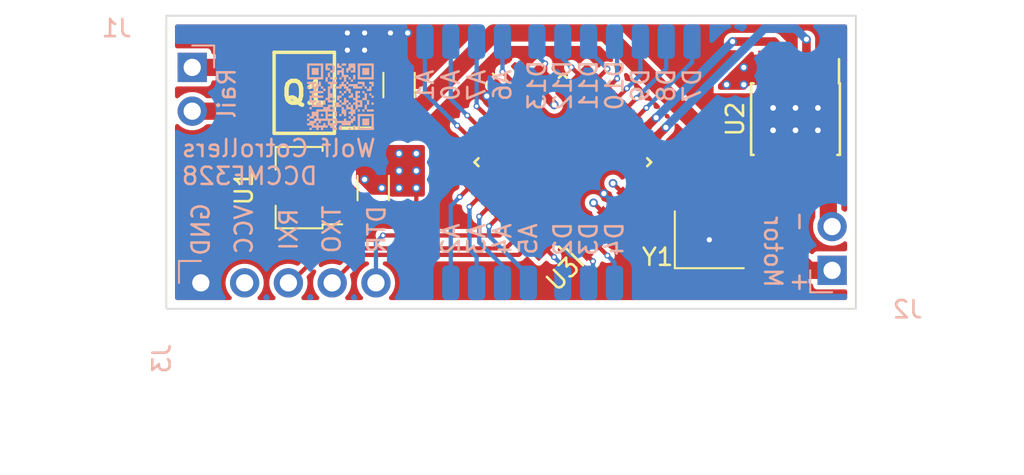
<source format=kicad_pcb>
(kicad_pcb (version 20211014) (generator pcbnew)
  (layers (0 "F.Cu" signal) (1 "In1.Cu" signal) (2 "In2.Cu" signal) (31 "B.Cu" signal) (34 "B.Paste" user) (35 "F.Paste" user) (36 "B.SilkS" user "B.Silkscreen") (37 "F.SilkS" user "F.Silkscreen") (38 "B.Mask" user) (39 "F.Mask" user) (44 "Edge.Cuts" user))
  (net 0 "")
  (net 1 "Vdrive")
  (net 2 "GND")
  (net 3 "VCC")
  (net 4 "Net-(C4-Pad2)")
  (net 5 "Net-(C5-Pad2)")
  (net 6 "Net-(C6-Pad2)")
  (net 7 "DTR")
  (net 8 "Rail_2")
  (net 9 "Rail_1")
  (net 10 "D6")
  (net 11 "D5")
  (net 12 "Motor+")
  (net 13 "Motor-")
  (net 14 "D3")
  (net 15 "D4")
  (net 16 "D7")
  (net 17 "D8")
  (net 18 "D9")
  (net 19 "D10")
  (net 20 "D11{slash}MOSI")
  (net 21 "D12{slash}MISO")
  (net 22 "D13{slash}SCK")
  (net 23 "A0")
  (net 24 "A1")
  (net 25 "A2")
  (net 26 "A3")
  (net 27 "A4{slash}SDA")
  (net 28 "A5{slash}SCL")
  (net 29 "RXI")
  (net 30 "TXO")
  (net 31 "D2")
  (net 32 "A7")
  (net 33 "A6")
  (net 34 "RESET")
  (footprint "Resistor_SMD:R_0201_0603Metric" (layer "F.Cu") (at 74.5 51.5 90)
    (fp_text reference "R1" hide)
    (fp_text value "10K")
    (pad "1" smd roundrect (at -0.32 0 90) (size 0.46 0.4) (layers "F.Cu" "F.Mask") (net 34 "RESET"))
    (pad "2" smd roundrect (at 0.32 0 90) (size 0.46 0.4) (layers "F.Cu" "F.Mask") (net 3 "VCC"))
  )
  (footprint "Capacitor_SMD:C_1206_3216Metric" (layer "F.Cu") (at 72 50 -90)
    (fp_text reference "C2" hide)
    (fp_text value "10uF")
    (pad "1" smd roundrect (at -1.475 0 270) (size 1.15 1.8) (layers "F.Cu" "F.Paste" "F.Mask") (roundrect_rratio 0.217391) (net 3 "VCC"))
    (pad "2" smd roundrect (at 1.475 0 270) (size 1.15 1.8) (layers "F.Cu" "F.Paste" "F.Mask") (roundrect_rratio 0.217391) (net 2 "GND"))
  )
  (footprint "Capacitor_SMD:C_0201_0603Metric" (layer "F.Cu") (at 74.25 52.75 180)
    (fp_text reference "C7" hide)
    (fp_text value "0.1uF")
    (pad "1" smd roundrect (at -0.32 0 180) (size 0.46 0.4) (layers "F.Cu" "F.Mask") (net 34 "RESET"))
    (pad "2" smd roundrect (at 0.32 0 180) (size 0.46 0.4) (layers "F.Cu" "F.Mask") (net 7 "DTR"))
  )
  (footprint "Capacitor_SMD:C_0201_0603Metric" (layer "F.Cu") (at 94.25 52.155 90)
    (fp_text reference "C6" hide)
    (fp_text value "8.1pF")
    (pad "1" smd roundrect (at -0.32 0 90) (size 0.46 0.4) (layers "F.Cu" "F.Mask") (net 2 "GND"))
    (pad "2" smd roundrect (at 0.32 0 90) (size 0.46 0.4) (layers "F.Cu" "F.Mask") (net 6 "Net-(C6-Pad2)"))
  )
  (footprint "Capacitor_SMD:C_0201_0603Metric" (layer "F.Cu") (at 90.345 55.25 180)
    (fp_text reference "C5" hide)
    (fp_text value "8.1pF")
    (pad "1" smd roundrect (at -0.32 0 180) (size 0.46 0.4) (layers "F.Cu" "F.Mask") (net 2 "GND"))
    (pad "2" smd roundrect (at 0.32 0 180) (size 0.46 0.4) (layers "F.Cu" "F.Mask") (net 5 "Net-(C5-Pad2)"))
  )
  (footprint "Package_SO:Texas_HTSOP-8-1EP_3.9x4.9mm_P1.27mm_EP2.95x4.9mm_Mask2.4x3.1mm_ThermalVias" (layer "F.Cu") (at 96.5 46 -90)
    (fp_text reference "U2" (at 0 3.5 90) (layer "F.SilkS"))
    (fp_text value "DRV8870DDA")
    (pad "1" smd rect (at -2.875 -1.905 270) (size 2.2 0.5) (layers "F.Cu" "F.Paste" "F.Mask") (net 2 "GND"))
    (pad "2" smd rect (at -2.875 -0.635 270) (size 2.2 0.5) (layers "F.Cu" "F.Paste" "F.Mask") (net 11 "D5"))
    (pad "3" smd rect (at -2.875 0.635 270) (size 2.2 0.5) (layers "F.Cu" "F.Paste" "F.Mask") (net 10 "D6"))
    (pad "4" smd rect (at -2.875 1.905 270) (size 2.2 0.5) (layers "F.Cu" "F.Paste" "F.Mask") (net 3 "VCC"))
    (pad "5" smd rect (at 2.875 1.905 270) (size 2.2 0.5) (layers "F.Cu" "F.Paste" "F.Mask") (net 1 "Vdrive"))
    (pad "6" smd rect (at 2.875 0.635 270) (size 2.2 0.5) (layers "F.Cu" "F.Paste" "F.Mask") (net 12 "Motor+"))
    (pad "7" smd rect (at 2.875 -0.635 270) (size 2.2 0.5) (layers "F.Cu" "F.Paste" "F.Mask") (net 2 "GND"))
    (pad "8" smd rect (at 2.875 -1.905 270) (size 2.2 0.5) (layers "F.Cu" "F.Paste" "F.Mask") (net 13 "Motor-"))
    (pad "9" thru_hole circle (at 0.65 1.3 270) (size 0.63 0.63) (drill 0.33) (layers *.Cu *.Mask) (net 2 "GND"))
    (pad "9" smd rect (at 0 0 270) (size 2.6 3.3) (layers "B.Cu") (net 2 "GND"))
    (pad "9" thru_hole circle (at -0.65 1.3 270) (size 0.63 0.63) (drill 0.33) (layers *.Cu *.Mask) (net 2 "GND"))
    (pad "9" thru_hole circle (at -0.65 -1.3 270) (size 0.63 0.63) (drill 0.33) (layers *.Cu *.Mask) (net 2 "GND"))
    (pad "9" thru_hole circle (at 0.65 -1.3 270) (size 0.63 0.63) (drill 0.33) (layers *.Cu *.Mask) (net 2 "GND"))
    (pad "9" thru_hole circle (at 0.65 0 270) (size 0.63 0.63) (drill 0.33) (layers *.Cu *.Mask) (net 2 "GND"))
    (pad "9" thru_hole circle (at -0.65 0 270) (size 0.63 0.63) (drill 0.33) (layers *.Cu *.Mask) (net 2 "GND"))
    (pad "9" smd rect (at 0 0 270) (size 2.95 4.9) (layers "F.Cu") (net 2 "GND"))
  )
  (footprint "Capacitor_SMD:C_0201_0603Metric" (layer "F.Cu") (at 80.031048 42.731048 -45)
    (fp_text reference "C3" hide)
    (fp_text value "0.1uF")
    (pad "1" smd roundrect (at -0.32 0 315) (size 0.46 0.4) (layers "F.Cu" "F.Mask") (net 2 "GND"))
    (pad "2" smd roundrect (at 0.32 0 315) (size 0.46 0.4) (layers "F.Cu" "F.Mask") (net 3 "VCC"))
  )
  (footprint "Package_QFP:TQFP-32_7x7mm_P0.8mm" (layer "F.Cu") (at 83 48.5 135)
    (fp_text reference "U3" (at -4.596194 -4.596194 225) (layer "F.SilkS"))
    (fp_text value "ATmega328PB-A")
    (pad "1" smd rect (at -4.25 -2.8 135) (size 1.6 0.55) (layers "F.Cu" "F.Paste" "F.Mask") (net 14 "D3"))
    (pad "2" smd rect (at -4.25 -2 135) (size 1.6 0.55) (layers "F.Cu" "F.Paste" "F.Mask") (net 15 "D4"))
    (pad "3" smd rect (at -4.25 -1.2 135) (size 1.6 0.55) (layers "F.Cu" "F.Paste" "F.Mask") (net 2 "GND"))
    (pad "4" smd rect (at -4.25 -0.4 135) (size 1.6 0.55) (layers "F.Cu" "F.Paste" "F.Mask") (net 3 "VCC"))
    (pad "5" smd rect (at -4.25 0.4 135) (size 1.6 0.55) (layers "F.Cu" "F.Paste" "F.Mask") (net 2 "GND"))
    (pad "6" smd rect (at -4.25 1.2 135) (size 1.6 0.55) (layers "F.Cu" "F.Paste" "F.Mask") (net 3 "VCC"))
    (pad "7" smd rect (at -4.25 2 135) (size 1.6 0.55) (layers "F.Cu" "F.Paste" "F.Mask") (net 5 "Net-(C5-Pad2)"))
    (pad "8" smd rect (at -4.25 2.8 135) (size 1.6 0.55) (layers "F.Cu" "F.Paste" "F.Mask") (net 6 "Net-(C6-Pad2)"))
    (pad "9" smd rect (at -2.8 4.25 225) (size 1.6 0.55) (layers "F.Cu" "F.Paste" "F.Mask") (net 11 "D5"))
    (pad "10" smd rect (at -2 4.25 225) (size 1.6 0.55) (layers "F.Cu" "F.Paste" "F.Mask") (net 10 "D6"))
    (pad "11" smd rect (at -1.2 4.25 225) (size 1.6 0.55) (layers "F.Cu" "F.Paste" "F.Mask") (net 16 "D7"))
    (pad "12" smd rect (at -0.4 4.25 225) (size 1.6 0.55) (layers "F.Cu" "F.Paste" "F.Mask") (net 17 "D8"))
    (pad "13" smd rect (at 0.4 4.25 225) (size 1.6 0.55) (layers "F.Cu" "F.Paste" "F.Mask") (net 18 "D9"))
    (pad "14" smd rect (at 1.2 4.25 225) (size 1.6 0.55) (layers "F.Cu" "F.Paste" "F.Mask") (net 19 "D10"))
    (pad "15" smd rect (at 2 4.25 225) (size 1.6 0.55) (layers "F.Cu" "F.Paste" "F.Mask") (net 20 "D11{slash}MOSI"))
    (pad "16" smd rect (at 2.8 4.25 225) (size 1.6 0.55) (layers "F.Cu" "F.Paste" "F.Mask") (net 21 "D12{slash}MISO"))
    (pad "17" smd rect (at 4.25 2.8 135) (size 1.6 0.55) (layers "F.Cu" "F.Paste" "F.Mask") (net 22 "D13{slash}SCK"))
    (pad "18" smd rect (at 4.25 2 135) (size 1.6 0.55) (layers "F.Cu" "F.Paste" "F.Mask") (net 3 "VCC"))
    (pad "19" smd rect (at 4.25 1.2 135) (size 1.6 0.55) (layers "F.Cu" "F.Paste" "F.Mask") (net 33 "A6"))
    (pad "20" smd rect (at 4.25 0.4 135) (size 1.6 0.55) (layers "F.Cu" "F.Paste" "F.Mask") (net 4 "Net-(C4-Pad2)"))
    (pad "21" smd rect (at 4.25 -0.4 135) (size 1.6 0.55) (layers "F.Cu" "F.Paste" "F.Mask") (net 2 "GND"))
    (pad "22" smd rect (at 4.25 -1.2 135) (size 1.6 0.55) (layers "F.Cu" "F.Paste" "F.Mask") (net 32 "A7"))
    (pad "23" smd rect (at 4.25 -2 135) (size 1.6 0.55) (layers "F.Cu" "F.Paste" "F.Mask") (net 23 "A0"))
    (pad "24" smd rect (at 4.25 -2.8 135) (size 1.6 0.55) (layers "F.Cu" "F.Paste" "F.Mask") (net 24 "A1"))
    (pad "25" smd rect (at 2.8 -4.25 225) (size 1.6 0.55) (layers "F.Cu" "F.Paste" "F.Mask") (net 25 "A2"))
    (pad "26" smd rect (at 2 -4.25 225) (size 1.6 0.55) (layers "F.Cu" "F.Paste" "F.Mask") (net 26 "A3"))
    (pad "27" smd rect (at 1.2 -4.25 225) (size 1.6 0.55) (layers "F.Cu" "F.Paste" "F.Mask") (net 27 "A4{slash}SDA"))
    (pad "28" smd rect (at 0.4 -4.25 225) (size 1.6 0.55) (layers "F.Cu" "F.Paste" "F.Mask") (net 28 "A5{slash}SCL"))
    (pad "29" smd rect (at -0.4 -4.25 225) (size 1.6 0.55) (layers "F.Cu" "F.Paste" "F.Mask") (net 34 "RESET"))
    (pad "30" smd rect (at -1.2 -4.25 225) (size 1.6 0.55) (layers "F.Cu" "F.Paste" "F.Mask") (net 29 "RXI"))
    (pad "31" smd rect (at -2 -4.25 225) (size 1.6 0.55) (layers "F.Cu" "F.Paste" "F.Mask") (net 30 "TXO"))
    (pad "32" smd rect (at -2.8 -4.25 225) (size 1.6 0.55) (layers "F.Cu" "F.Paste" "F.Mask") (net 31 "D2"))
  )
  (footprint "DCC_Loco_Multidecoder:SOP240P700X300-4N" (layer "F.Cu") (at 68 44.475 180)
    (fp_text reference "Q1" (at 0 0) (layer "F.SilkS") (effects (font (size 1.27 1.27) (thickness 0.254))))
    (fp_text value "MB10S" hide)
    (pad "1" smd rect (at -3.025 -1.2 270) (size 1 1.85) (layers "F.Cu" "F.Paste" "F.Mask") (net 1 "Vdrive"))
    (pad "2" smd rect (at -3.025 1.2 270) (size 1 1.85) (layers "F.Cu" "F.Paste" "F.Mask") (net 2 "GND"))
    (pad "3" smd rect (at 3.025 1.2 270) (size 1 1.85) (layers "F.Cu" "F.Paste" "F.Mask") (net 8 "Rail_2"))
    (pad "4" smd rect (at 3.025 -1.2 270) (size 1 1.85) (layers "F.Cu" "F.Paste" "F.Mask") (net 9 "Rail_1"))
  )
  (footprint "Capacitor_SMD:C_0402_1005Metric" (layer "F.Cu") (at 78.760589 43.685589 -45)
    (fp_text reference "C4" hide)
    (fp_text value "0.1nF")
    (pad "1" smd roundrect (at -0.48 0 315) (size 0.56 0.62) (layers "F.Cu" "F.Paste" "F.Mask") (net 2 "GND"))
    (pad "2" smd roundrect (at 0.48 0 315) (size 0.56 0.62) (layers "F.Cu" "F.Paste" "F.Mask") (net 4 "Net-(C4-Pad2)"))
  )
  (footprint "Crystal:Crystal_SMD_3225-4Pin_3.2x2.5mm" (layer "F.Cu") (at 91.5 53)
    (fp_text reference "Y1" (at -3 1) (layer "F.SilkS"))
    (fp_text value "Crystal_GND24")
    (pad "1" smd rect (at -1.1 0.85) (size 1.4 1.2) (layers "F.Cu" "F.Paste" "F.Mask") (net 5 "Net-(C5-Pad2)"))
    (pad "2" smd rect (at 1.1 0.85) (size 1.4 1.2) (layers "F.Cu" "F.Paste" "F.Mask") (net 2 "GND"))
    (pad "3" smd rect (at 1.1 -0.85) (size 1.4 1.2) (layers "F.Cu" "F.Paste" "F.Mask") (net 6 "Net-(C6-Pad2)"))
    (pad "4" smd rect (at -1.1 -0.85) (size 1.4 1.2) (layers "F.Cu" "F.Paste" "F.Mask") (net 2 "GND"))
  )
  (footprint "Capacitor_SMD:C_1206_3216Metric" (layer "F.Cu") (at 73.5 44.025 90)
    (fp_text reference "C1" hide)
    (fp_text value "10uF")
    (pad "1" smd roundrect (at -1.475 0 90) (size 1.15 1.8) (layers "F.Cu" "F.Paste" "F.Mask") (roundrect_rratio 0.217391) (net 1 "Vdrive"))
    (pad "2" smd roundrect (at 1.475 0 90) (size 1.15 1.8) (layers "F.Cu" "F.Paste" "F.Mask") (roundrect_rratio 0.217391) (net 2 "GND"))
  )
  (footprint "Package_TO_SOT_SMD:SOT-89-3" (layer "F.Cu") (at 68 49.975 180)
    (fp_text reference "U1" (at 3.5 -0.025 90) (layer "F.SilkS"))
    (fp_text value "HT7550-1-SOT89")
    (pad "1" smd rect (at -1.65 -1.5 180) (size 1.3 0.9) (layers "F.Cu" "F.Paste" "F.Mask") (net 2 "GND"))
    (pad "2" smd custom (at -1.5625 0 180) (size 1.475 0.9) (layers "F.Cu" "F.Paste" "F.Mask") (net 1 "Vdrive") (options (clearance outline) (anchor rect)) (primitives (gr_poly (pts (xy 3.8625 0.8665) (xy 0.7375 0.8665) (xy 0.7375 -0.8665) (xy 3.8625 -0.8665)) (width 0) (fill yes))))
    (pad "3" smd rect (at -1.65 1.5 180) (size 1.3 0.9) (layers "F.Cu" "F.Paste" "F.Mask") (net 3 "VCC"))
  )
  (footprint "Connector_Wire:SolderWirePad_1x01_SMD_1x2mm" (layer "B.Cu") (at 76.5 41.5)
    (fp_text reference "A0" (at 0 2.54 90) (layer "B.SilkS") (effects (justify mirror)))
    (fp_text value "SolderWirePad_1x01_SMD_1x2mm" hide)
    (pad "1" smd roundrect (at 0 0) (size 1 2) (layers "B.Cu" "B.Paste" "B.Mask") (net 23 "A0"))
  )
  (footprint "Connector_PinHeader_2.54mm:PinHeader_1x05_P2.54mm_Horizontal" (layer "B.Cu") (at 62 55.5 -90)
    (fp_text reference "J3" (at 4.385 2.27 90) (layer "B.SilkS") (effects (justify mirror)))
    (fp_text value "Conn_01x05_Male")
    (pad "1" thru_hole rect (at 0 0 270) (size 1.7 1.7) (drill 1) (layers *.Cu *.Mask) (net 2 "GND"))
    (pad "2" thru_hole oval (at 0 -2.54 270) (size 1.7 1.7) (drill 1) (layers *.Cu *.Mask) (net 3 "VCC"))
    (pad "3" thru_hole oval (at 0 -5.08 270) (size 1.7 1.7) (drill 1) (layers *.Cu *.Mask) (net 29 "RXI"))
    (pad "4" thru_hole oval (at 0 -7.62 270) (size 1.7 1.7) (drill 1) (layers *.Cu *.Mask) (net 30 "TXO"))
    (pad "5" thru_hole oval (at 0 -10.16 270) (size 1.7 1.7) (drill 1) (layers *.Cu *.Mask) (net 7 "DTR"))
  )
  (footprint "Connector_Wire:SolderWirePad_1x01_SMD_1x2mm" (layer "B.Cu") (at 75 41.5)
    (fp_text reference "A1" (at 0 2.54 90) (layer "B.SilkS") (effects (justify mirror)))
    (fp_text value "SolderWirePad_1x01_SMD_1x2mm" hide)
    (pad "1" smd roundrect (at 0 0) (size 1 2) (layers "B.Cu" "B.Paste" "B.Mask") (net 24 "A1"))
  )
  (footprint "Connector_Wire:SolderWirePad_1x01_SMD_1x2mm" (layer "B.Cu") (at 89 41.5)
    (fp_text reference "D8" (at 0 2.54 90) (layer "B.SilkS") (effects (justify mirror)))
    (fp_text value "SolderWirePad_1x01_SMD_1x2mm" hide)
    (pad "1" smd roundrect (at 0 0) (size 1 2) (layers "B.Cu" "B.Paste" "B.Mask") (net 17 "D8"))
  )
  (footprint "Connector_Wire:SolderWirePad_1x01_SMD_1x2mm" (layer "B.Cu") (at 76.5 55.5 180)
    (fp_text reference "A2" (at 0 2.54 270) (layer "B.SilkS") (effects (justify mirror)))
    (fp_text value "SolderWirePad_1x01_SMD_1x2mm" hide)
    (pad "1" smd roundrect (at 0 0 180) (size 1 2) (layers "B.Cu" "B.Paste" "B.Mask") (net 25 "A2"))
  )
  (footprint "Connector_Wire:SolderWirePad_1x01_SMD_1x2mm" (layer "B.Cu") (at 87.5 41.5)
    (fp_text reference "D9" (at 0 2.54 90) (layer "B.SilkS") (effects (justify mirror)))
    (fp_text value "SolderWirePad_1x01_SMD_1x2mm" hide)
    (pad "1" smd roundrect (at 0 0) (size 1 2) (layers "B.Cu" "B.Paste" "B.Mask") (net 18 "D9"))
  )
  (footprint "Connector_Wire:SolderWirePad_1x01_SMD_1x2mm" (layer "B.Cu") (at 78 41.5)
    (fp_text reference "A7" (at 0 2.54 90) (layer "B.SilkS") (effects (justify mirror)))
    (fp_text value "SolderWirePad_1x01_SMD_1x2mm" hide)
    (pad "1" smd roundrect (at 0 0) (size 1 2) (layers "B.Cu" "B.Paste" "B.Mask") (net 32 "A7"))
  )
  (footprint "Connector_Wire:SolderWirePad_1x01_SMD_1x2mm" (layer "B.Cu") (at 84.5 41.5)
    (fp_text reference "D11" (at 0 2.54 90) (layer "B.SilkS") (effects (justify mirror)))
    (fp_text value "SolderWirePad_1x01_SMD_1x2mm" hide)
    (pad "1" smd roundrect (at 0 0) (size 1 2) (layers "B.Cu" "B.Paste" "B.Mask") (net 20 "D11{slash}MOSI"))
  )
  (footprint "Connector_Wire:SolderWirePad_1x01_SMD_1x2mm" (layer "B.Cu") (at 90.5 41.5)
    (fp_text reference "D7" (at 0 2.54 90) (layer "B.SilkS") (effects (justify mirror)))
    (fp_text value "SolderWirePad_1x01_SMD_1x2mm" hide)
    (pad "1" smd roundrect (at 0 0) (size 1 2) (layers "B.Cu" "B.Paste" "B.Mask") (net 16 "D7"))
  )
  (footprint "Connector_Wire:SolderWirePad_1x01_SMD_1x2mm" (layer "B.Cu") (at 81 55.5 180)
    (fp_text reference "A5" (at 0 2.54 90) (layer "B.SilkS") (effects (justify mirror)))
    (fp_text value "SolderWirePad_1x01_SMD_1x2mm" hide)
    (pad "1" smd roundrect (at 0 0 180) (size 1 2) (layers "B.Cu" "B.Paste" "B.Mask") (net 28 "A5{slash}SCL"))
  )
  (footprint "Connector_Wire:SolderWirePad_1x01_SMD_1x2mm" (layer "B.Cu") (at 83 55.5 180)
    (fp_text reference "D2" (at 0 2.54 90) (layer "B.SilkS") (effects (justify mirror)))
    (fp_text value "SolderWirePad_1x01_SMD_1x2mm" hide)
    (pad "1" smd roundrect (at 0 0 180) (size 1 2) (layers "B.Cu" "B.Paste" "B.Mask") (net 31 "D2"))
  )
  (footprint "LOGO" (layer "B.Cu") (at 70.1 44.7 180)
    (fp_text reference "G***" hide)
    (fp_text value "LOGO" hide)
  )
  (footprint "Connector_Wire:SolderWirePad_1x01_SMD_1x2mm" (layer "B.Cu") (at 79.5 41.5)
    (fp_text reference "A6" (at 0 2.54 90) (layer "B.SilkS") (effects (justify mirror)))
    (fp_text value "SolderWirePad_1x01_SMD_1x2mm" hide)
    (pad "1" smd roundrect (at 0 0) (size 1 2) (layers "B.Cu" "B.Paste" "B.Mask") (net 33 "A6"))
  )
  (footprint "Connector_Wire:SolderWirePad_1x01_SMD_1x2mm" (layer "B.Cu") (at 78 55.5 180)
    (fp_text reference "A3" (at 0 2.54 90) (layer "B.SilkS") (effects (justify mirror)))
    (fp_text value "SolderWirePad_1x01_SMD_1x2mm" hide)
    (pad "1" smd roundrect (at 0 0 180) (size 1 2) (layers "B.Cu" "B.Paste" "B.Mask") (net 26 "A3"))
  )
  (footprint "Connector_Wire:SolderWirePad_1x01_SMD_1x2mm" (layer "B.Cu") (at 83 41.5)
    (fp_text reference "D12" (at 0 2.54 90) (layer "B.SilkS") (effects (justify mirror)))
    (fp_text value "SolderWirePad_1x01_SMD_1x2mm" hide)
    (pad "1" smd roundrect (at 0 0) (size 1 2) (layers "B.Cu" "B.Paste" "B.Mask") (net 21 "D12{slash}MISO"))
  )
  (footprint "Connector_Wire:SolderWirePad_1x01_SMD_1x2mm" (layer "B.Cu") (at 86 41.5)
    (fp_text reference "D10" (at 0 2.54 90) (layer "B.SilkS") (effects (justify mirror)))
    (fp_text value "SolderWirePad_1x01_SMD_1x2mm" hide)
    (pad "1" smd roundrect (at 0 0) (size 1 2) (layers "B.Cu" "B.Paste" "B.Mask") (net 19 "D10"))
  )
  (footprint "Connector_Wire:SolderWirePad_1x01_SMD_1x2mm" (layer "B.Cu") (at 81.5 41.5)
    (fp_text reference "D13" (at 0 2.54 90) (layer "B.SilkS") (effects (justify mirror)))
    (fp_text value "SolderWirePad_1x01_SMD_1x2mm" hide)
    (pad "1" smd roundrect (at 0 0) (size 1 2) (layers "B.Cu" "B.Paste" "B.Mask") (net 22 "D13{slash}SCK"))
  )
  (footprint "Connector_PinHeader_2.54mm:PinHeader_1x02_P2.54mm_Horizontal" (layer "B.Cu") (at 98.625 54.775)
    (fp_text reference "J2" (at 4.385 2.27 180) (layer "B.SilkS") (effects (justify mirror)))
    (fp_text value "Conn_01x02_Male")
    (pad "1" thru_hole rect (at 0 0) (size 1.7 1.7) (drill 1) (layers *.Cu *.Mask) (net 12 "Motor+"))
    (pad "2" thru_hole oval (at 0 -2.54) (size 1.7 1.7) (drill 1) (layers *.Cu *.Mask) (net 13 "Motor-"))
  )
  (footprint "Connector_PinHeader_2.54mm:PinHeader_1x02_P2.54mm_Horizontal" (layer "B.Cu") (at 61.5 43 180)
    (fp_text reference "J1" (at 4.385 2.27) (layer "B.SilkS") (effects (justify mirror)))
    (fp_text value "Conn_01x02_Male")
    (pad "1" thru_hole rect (at 0 0 180) (size 1.7 1.7) (drill 1) (layers *.Cu *.Mask) (net 8 "Rail_2"))
    (pad "2" thru_hole oval (at 0 -2.54 180) (size 1.7 1.7) (drill 1) (layers *.Cu *.Mask) (net 9 "Rail_1"))
  )
  (footprint "Connector_Wire:SolderWirePad_1x01_SMD_1x2mm" (layer "B.Cu") (at 84.5 55.5 180)
    (fp_text reference "D3" (at 0 2.54 90) (layer "B.SilkS") (effects (justify mirror)))
    (fp_text value "SolderWirePad_1x01_SMD_1x2mm" hide)
    (pad "1" smd roundrect (at 0 0 180) (size 1 2) (layers "B.Cu" "B.Paste" "B.Mask") (net 14 "D3"))
  )
  (footprint "Connector_Wire:SolderWirePad_1x01_SMD_1x2mm" (layer "B.Cu") (at 86 55.5 180)
    (fp_text reference "D4" (at 0 2.54 90) (layer "B.SilkS") (effects (justify mirror)))
    (fp_text value "SolderWirePad_1x01_SMD_1x2mm" hide)
    (pad "1" smd roundrect (at 0 0 180) (size 1 2) (layers "B.Cu" "B.Paste" "B.Mask") (net 15 "D4"))
  )
  (footprint "Connector_Wire:SolderWirePad_1x01_SMD_1x2mm" (layer "B.Cu") (at 79.5 55.5 180)
    (fp_text reference "A4" (at 0 2.54 90) (layer "B.SilkS") (effects (justify mirror)))
    (fp_text value "SolderWirePad_1x01_SMD_1x2mm" hide)
    (pad "1" smd roundrect (at 0 0 180) (size 1 2) (layers "B.Cu" "B.Paste" "B.Mask") (net 27 "A4{slash}SDA"))
  )
  (gr_line (start 100 40) (end 100 57) (layer "Edge.Cuts") (width 0.1))
  (gr_line (start 60 57) (end 60 40) (layer "Edge.Cuts") (width 0.1))
  (gr_line (start 60 40) (end 100 40) (layer "Edge.Cuts") (width 0.1))
  (gr_line (start 100 57) (end 60 57) (layer "Edge.Cuts") (width 0.1))
  (gr_text "GND" (at 62 52.4 90) (layer "B.SilkS") (effects (font (size 1 1)) (justify mirror)))
  (gr_text "Rail" (at 63.5 44.5 90) (layer "B.SilkS") (effects (font (size 1 1)) (justify mirror)))
  (gr_text "RXI" (at 67.1 52.4 90) (layer "B.SilkS") (effects (font (size 1 1)) (justify mirror)))
  (gr_text "DTR" (at 72.2 52.4 90) (layer "B.SilkS") (effects (font (size 1 1)) (justify mirror)))
  (gr_text "VCC" (at 64.5 52.4 90) (layer "B.SilkS") (effects (font (size 1 1)) (justify mirror)))
  (gr_text "Wolf Cotrollers\nDCCMF328" (at 60.8 48.5) (layer "B.SilkS") (effects (font (size 1 1)) (justify right mirror)))
  (gr_text "TXO" (at 69.6 52.4 90) (layer "B.SilkS") (effects (font (size 1 1)) (justify mirror)))
  (gr_text "+   -\nMotor" (at 96 53.7 270) (layer "B.SilkS") (effects (font (size 1 1)) (justify mirror)))
  (segment (start 67.5 47) (end 67.5 50) (width 1) (layer "F.Cu") (net 1))
  (segment (start 74.5 45.5) (end 73.5 45.5) (width 1) (layer "F.Cu") (net 1))
  (segment (start 93.345 48.875) (end 85.47 41) (width 1) (layer "F.Cu") (net 1))
  (segment (start 71.025 45.675) (end 68.825 45.675) (width 1) (layer "F.Cu") (net 1))
  (segment (start 85.47 41) (end 79 41) (width 1) (layer "F.Cu") (net 1))
  (segment (start 68.825 45.675) (end 67.5 47) (width 1) (layer "F.Cu") (net 1))
  (segment (start 79 41) (end 74.5 45.5) (width 1) (layer "F.Cu") (net 1))
  (segment (start 97.135 48.875) (end 97.135 47.285) (width 0.5) (layer "F.Cu") (net 2))
  (segment (start 86.288047 51.222361) (end 86.288047 51.231873) (width 0.25) (layer "F.Cu") (net 2))
  (segment (start 78.5875 44.6625) (end 77.921509 44.013189) (width 0.5) (layer "F.Cu") (net 2))
  (segment (start 85.156676 52.353732) (end 85.156676 52.363187) (width 0.25) (layer "F.Cu") (net 2))
  (segment (start 92.6 53.85) (end 92.35 53.85) (width 0.25) (layer "F.Cu") (net 2))
  (segment (start 90.665 55.25) (end 91.2 55.25) (width 0.25) (layer "F.Cu") (net 2))
  (segment (start 93.4 53.85) (end 92.6 53.85) (width 0.25) (layer "F.Cu") (net 2))
  (segment (start 79.8 42.5) (end 79.804774 42.504774) (width 0.25) (layer "F.Cu") (net 2))
  (segment (start 94.25 52.475) (end 94.25 53) (width 0.25) (layer "F.Cu") (net 2))
  (segment (start 90.4 52.15) (end 90.65 52.15) (width 0.25) (layer "F.Cu") (net 2))
  (segment (start 69.65 51.475) (end 69.525 51.475) (width 1) (layer "F.Cu") (net 2))
  (segment (start 98.405 43.125) (end 98.405 44.745) (width 0.5) (layer "F.Cu") (net 2))
  (segment (start 98.405 44.745) (end 97.8 45.35) (width 0.5) (layer "F.Cu") (net 2))
  (segment (start 79.711953 45.777639) (end 79.702639 45.777639) (width 0.25) (layer "F.Cu") (net 2))
  (segment (start 91.2 55.25) (end 92.6 53.85) (width 0.25) (layer "F.Cu") (net 2))
  (segment (start 94.25 53) (end 93.4 53.85) (width 0.25) (layer "F.Cu") (net 2))
  (segment (start 79.702639 45.777639) (end 78.5875 44.6625) (width 0.5) (layer "F.Cu") (net 2))
  (segment (start 78.421178 43.346178) (end 78.428822 43.346178) (width 0.25) (layer "F.Cu") (net 2))
  (segment (start 97.135 47.285) (end 96.5 46.65) (width 0.5) (layer "F.Cu") (net 2))
  (segment (start 86.288047 51.222361) (end 85.382843 50.317157) (width 0.25) (layer "F.Cu") (net 2))
  (via (at 73 41) (size 0.5) (drill 0.3) (layers "F.Cu" "B.Cu") (net 2))
  (via (at 91.5 53) (size 0.5) (drill 0.3) (layers "F.Cu" "B.Cu") (net 2))
  (via (at 70.5 42) (size 0.5) (drill 0.3) (layers "F.Cu" "B.Cu") (net 2))
  (via (at 70.5 41) (size 0.5) (drill 0.3) (layers "F.Cu" "B.Cu") (net 2))
  (via (at 74 41) (size 0.5) (drill 0.3) (layers "F.Cu" "B.Cu") (net 2))
  (via (at 71.5 42) (size 0.5) (drill 0.3) (layers "F.Cu" "B.Cu") (net 2))
  (via (at 78.5875 44.6625) (size 0.5) (drill 0.3) (layers "F.Cu" "B.Cu") (net 2))
  (via (at 71.5 41) (size 0.5) (drill 0.3) (layers "F.Cu" "B.Cu") (net 2))
  (via (at 85.382843 50.317157) (size 0.5) (drill 0.3) (layers "F.Cu" "B.Cu") (net 2))
  (segment (start 85.713782 51.788047) (end 84.781699 50.855964) (width 0.25) (layer "F.Cu") (net 3))
  (segment (start 81.40901 44.080583) (end 81.40901 44.082923) (width 0.25) (layer "F.Cu") (net 3))
  (segment (start 69.65 48.475) (end 71.95 48.475) (width 1) (layer "F.Cu") (net 3))
  (segment (start 81.40901 44.082923) (end 82.504835 45.178748) (width 0.5) (layer "F.Cu") (net 3))
  (segment (start 74.5 51.18) (end 74.5 50) (width 0.25) (layer "F.Cu") (net 3))
  (segment (start 81.40901 44.082923) (end 81.382923 44.082923) (width 0.25) (layer "F.Cu") (net 3))
  (segment (start 71.95 48.475) (end 72 48.525) (width 1) (layer "F.Cu") (net 3))
  (segment (start 86.84329 50.656676) (end 85.912139 49.725525) (width 0.25) (layer "F.Cu") (net 3))
  (segment (start 81.382923 44.082923) (end 80.257322 42.957322) (width 0.25) (layer "F.Cu") (net 3))
  (segment (start 85.722361 51.788047) (end 85.713782 51.788047) (width 0.25) (layer "F.Cu") (net 3))
  (segment (start 86.853732 50.656676) (end 86.84329 50.656676) (width 0.25) (layer "F.Cu") (net 3))
  (via (at 82.504835 45.178748) (size 0.5) (drill 0.3) (layers "F.Cu" "B.Cu") (net 3))
  (via (at 71.5 49.5) (size 0.5) (drill 0.3) (layers "F.Cu" "B.Cu") (net 3))
  (via (at 73.5 50) (size 0.5) (drill 0.3) (layers "F.Cu" "B.Cu") (net 3))
  (via (at 73.5 49) (size 0.5) (drill 0.3) (layers "F.Cu" "B.Cu") (net 3))
  (via (at 92.5 44) (size 0.5) (drill 0.3) (layers "F.Cu" "B.Cu") (net 3))
  (via (at 84.781699 50.855964) (size 0.5) (drill 0.3) (layers "F.Cu" "B.Cu") (net 3))
  (via (at 72.5 50) (size 0.5) (drill 0.3) (layers "F.Cu" "B.Cu") (net 3))
  (via (at 93.5 43) (size 0.5) (drill 0.3) (layers "F.Cu" "B.Cu") (net 3))
  (via (at 74.5 48) (size 0.5) (drill 0.3) (layers "F.Cu" "B.Cu") (net 3))
  (via (at 74.5 49) (size 0.5) (drill 0.3) (layers "F.Cu" "B.Cu") (net 3))
  (via (at 74.5 50) (size 0.5) (drill 0.3) (layers "F.Cu" "B.Cu") (net 3))
  (via (at 73.5 48) (size 0.5) (drill 0.3) (layers "F.Cu" "B.Cu") (net 3))
  (via (at 85.912139 49.725525) (size 0.5) (drill 0.3) (layers "F.Cu" "B.Cu") (net 3))
  (via (at 93.5 44) (size 0.5) (drill 0.3) (layers "F.Cu" "B.Cu") (net 3))
  (segment (start 80.277639 45.211953) (end 80.191953 45.211953) (width 0.5) (layer "F.Cu") (net 4))
  (segment (start 80.277639 45.211953) (end 80.277639 45.202639) (width 0.5) (layer "F.Cu") (net 4))
  (segment (start 80.277639 45.202639) (end 79.1 44.025) (width 0.5) (layer "F.Cu") (net 4))
  (segment (start 90.4 53.85) (end 88.5 51.95) (width 0.25) (layer "F.Cu") (net 5))
  (segment (start 88.5 51.95) (end 88.5 51.171573) (width 0.25) (layer "F.Cu") (net 5))
  (segment (start 88.5 51.171573) (end 87.419417 50.09099) (width 0.25) (layer "F.Cu") (net 5))
  (segment (start 90.4 53.85) (end 90.025 54.225) (width 0.25) (layer "F.Cu") (net 5))
  (segment (start 90.025 54.225) (end 90.025 55.25) (width 0.25) (layer "F.Cu") (net 5))
  (segment (start 92.6 52.15) (end 92.4 52.15) (width 0.25) (layer "F.Cu") (net 6))
  (segment (start 92.4 52.15) (end 91.25 51) (width 0.25) (layer "F.Cu") (net 6))
  (segment (start 92.915 51.835) (end 94.25 51.835) (width 0.25) (layer "F.Cu") (net 6))
  (segment (start 92.6 52.15) (end 92.915 51.835) (width 0.25) (layer "F.Cu") (net 6))
  (segment (start 89.459798 51) (end 87.985103 49.525305) (width 0.25) (layer "F.Cu") (net 6))
  (segment (start 91.25 51) (end 89.459798 51) (width 0.25) (layer "F.Cu") (net 6))
  (segment (start 72.57 52.75) (end 73.93 52.75) (width 0.25) (layer "F.Cu") (net 7))
  (via (at 72.57 52.75) (size 0.35) (drill 0.2) (layers "F.Cu" "B.Cu") (net 7))
  (segment (start 72.16 53.16) (end 72.57 52.75) (width 0.25) (layer "B.Cu") (net 7))
  (segment (start 72.16 55.625) (end 72.16 53.16) (width 0.25) (layer "B.Cu") (net 7))
  (segment (start 64.7 43) (end 64.975 43.275) (width 1) (layer "F.Cu") (net 8))
  (segment (start 61.5 43) (end 64.7 43) (width 1) (layer "F.Cu") (net 8))
  (segment (start 64.84 45.54) (end 64.975 45.675) (width 1) (layer "F.Cu") (net 9))
  (segment (start 61.5 45.54) (end 64.84 45.54) (width 1) (layer "F.Cu") (net 9))
  (segment (start 87.419417 46.90901) (end 88.414213 45.914213) (width 0.5) (layer "F.Cu") (net 10))
  (segment (start 95.865 42.115) (end 95.25 41.5) (width 0.5) (layer "F.Cu") (net 10))
  (segment (start 87.419417 46.90901) (end 87.418375 46.90901) (width 0.25) (layer "F.Cu") (net 10))
  (segment (start 95.865 43.125) (end 95.865 42.115) (width 0.5) (layer "F.Cu") (net 10))
  (segment (start 95.25 41.5) (end 92.85 41.5) (width 0.5) (layer "F.Cu") (net 10))
  (via (at 92.85 41.5) (size 0.5) (drill 0.3) (layers "F.Cu" "B.Cu") (net 10))
  (via (at 88.414213 45.914213) (size 0.5) (drill 0.3) (layers "F.Cu" "B.Cu") (net 10))
  (segment (start 88.435787 45.914213) (end 92.85 41.5) (width 0.5) (layer "B.Cu") (net 10))
  (segment (start 88.414213 45.914213) (end 88.435787 45.914213) (width 0.5) (layer "B.Cu") (net 10))
  (segment (start 97.135 43.125) (end 97.135 41.365) (width 0.5) (layer "F.Cu") (net 11))
  (segment (start 87.985103 47.474695) (end 88.979899 46.479899) (width 0.5) (layer "F.Cu") (net 11))
  (via (at 97.135 41.365) (size 0.5) (drill 0.3) (layers "F.Cu" "B.Cu") (net 11))
  (via (at 88.979899 46.479899) (size 0.5) (drill 0.3) (layers "F.Cu" "B.Cu") (net 11))
  (segment (start 94.7 40.75) (end 96.5 40.75) (width 0.5) (layer "B.Cu") (net 11))
  (segment (start 88.979899 46.479899) (end 88.979899 46.470101) (width 0.5) (layer "B.Cu") (net 11))
  (segment (start 88.979899 46.470101) (end 94.7 40.75) (width 0.5) (layer "B.Cu") (net 11))
  (segment (start 97.115 41.365) (end 97.135 41.365) (width 0.5) (layer "B.Cu") (net 11))
  (segment (start 96.5 40.75) (end 97.115 41.365) (width 0.5) (layer "B.Cu") (net 11))
  (segment (start 95.865 53.365) (end 95.865 48.875) (width 1) (layer "F.Cu") (net 12))
  (segment (start 95.865 48.875) (end 95.865 48.135) (width 1) (layer "F.Cu") (net 12))
  (segment (start 97.275 54.775) (end 95.865 53.365) (width 1) (layer "F.Cu") (net 12))
  (segment (start 98.625 54.775) (end 97.275 54.775) (width 1) (layer "F.Cu") (net 12))
  (segment (start 98.405 48.875) (end 98.405 48.101511) (width 1) (layer "F.Cu") (net 13))
  (segment (start 98.405 48.875) (end 98.405 52.015) (width 1) (layer "F.Cu") (net 13))
  (segment (start 98.405 52.015) (end 98.625 52.235) (width 1) (layer "F.Cu") (net 13))
  (segment (start 84.025305 53.525305) (end 84.75 54.25) (width 0.25) (layer "F.Cu") (net 14))
  (segment (start 84.025305 53.485103) (end 84.025305 53.525305) (width 0.25) (layer "F.Cu") (net 14))
  (via (at 84.75 54.25) (size 0.35) (drill 0.2) (layers "F.Cu" "B.Cu") (net 14))
  (segment (start 84.75 54.25) (end 84.75 55.25) (width 0.25) (layer "B.Cu") (net 14))
  (segment (start 84.75 55.25) (end 84.5 55.5) (width 0.25) (layer "B.Cu") (net 14))
  (segment (start 84.59099 52.919417) (end 85.585787 53.914213) (width 0.25) (layer "F.Cu") (net 15))
  (via (at 85.585787 53.914213) (size 0.35) (drill 0.2) (layers "F.Cu" "B.Cu") (net 15))
  (segment (start 86 54.328426) (end 85.585787 53.914213) (width 0.25) (layer "B.Cu") (net 15))
  (segment (start 86 55.5) (end 86 54.328426) (width 0.25) (layer "B.Cu") (net 15))
  (segment (start 86.853732 46.343324) (end 87.848528 45.348528) (width 0.25) (layer "F.Cu") (net 16))
  (via (at 87.848528 45.348528) (size 0.35) (drill 0.2) (layers "F.Cu" "B.Cu") (net 16))
  (segment (start 90.5 42.697056) (end 90.5 41.5) (width 0.25) (layer "B.Cu") (net 16))
  (segment (start 87.848528 45.348528) (end 90.5 42.697056) (width 0.25) (layer "B.Cu") (net 16))
  (segment (start 86.288047 45.777639) (end 87.282843 44.782843) (width 0.25) (layer "F.Cu") (net 17))
  (via (at 87.282843 44.782843) (size 0.35) (drill 0.2) (layers "F.Cu" "B.Cu") (net 17))
  (segment (start 87.282843 44.782843) (end 89 43.065686) (width 0.25) (layer "B.Cu") (net 17))
  (segment (start 89 43.065686) (end 89 41.5) (width 0.25) (layer "B.Cu") (net 17))
  (segment (start 85.722361 45.211953) (end 86.717157 44.217157) (width 0.25) (layer "F.Cu") (net 18))
  (via (at 86.717157 44.217157) (size 0.35) (drill 0.2) (layers "F.Cu" "B.Cu") (net 18))
  (segment (start 87.5 43.434314) (end 87.5 41.5) (width 0.25) (layer "B.Cu") (net 18))
  (segment (start 86.717157 44.217157) (end 87.5 43.434314) (width 0.25) (layer "B.Cu") (net 18))
  (segment (start 85.156676 44.646268) (end 86.151472 43.651472) (width 0.25) (layer "F.Cu") (net 19))
  (via (at 86.151472 43.651472) (size 0.35) (drill 0.2) (layers "F.Cu" "B.Cu") (net 19))
  (segment (start 86.151472 41.651472) (end 86 41.5) (width 0.25) (layer "B.Cu") (net 19))
  (segment (start 86.151472 43.651472) (end 86.151472 41.651472) (width 0.25) (layer "B.Cu") (net 19))
  (segment (start 84.59099 44.080583) (end 85.585787 43.085787) (width 0.25) (layer "F.Cu") (net 20))
  (via (at 85.585787 43.085787) (size 0.35) (drill 0.2) (layers "F.Cu" "B.Cu") (net 20))
  (segment (start 85.585787 43.085787) (end 84.5 42) (width 0.25) (layer "B.Cu") (net 20))
  (segment (start 84.5 42) (end 84.5 41.5) (width 0.25) (layer "B.Cu") (net 20))
  (segment (start 84.025305 43.514897) (end 83.505204 42.994796) (width 0.25) (layer "F.Cu") (net 21))
  (via (at 83.505204 42.994796) (size 0.35) (drill 0.2) (layers "F.Cu" "B.Cu") (net 21))
  (segment (start 83 42.489592) (end 83 41.5) (width 0.25) (layer "B.Cu") (net 21))
  (segment (start 83.505204 42.994796) (end 83 42.489592) (width 0.25) (layer "B.Cu") (net 21))
  (segment (start 81.974695 43.514897) (end 81.974695 42.775305) (width 0.25) (layer "F.Cu") (net 22))
  (via (at 81.974695 42.775305) (size 0.35) (drill 0.2) (layers "F.Cu" "B.Cu") (net 22))
  (segment (start 81.974695 42.775305) (end 81.5 42.30061) (width 0.25) (layer "B.Cu") (net 22))
  (segment (start 81.5 42.30061) (end 81.5 41.5) (width 0.25) (layer "B.Cu") (net 22))
  (segment (start 78.580583 46.90901) (end 77.460786 45.789214) (width 0.25) (layer "F.Cu") (net 23))
  (via (at 77.460786 45.789214) (size 0.35) (drill 0.2) (layers "F.Cu" "B.Cu") (net 23))
  (segment (start 76.5 44.828428) (end 77.460786 45.789214) (width 0.25) (layer "B.Cu") (net 23))
  (segment (start 76.5 41.5) (end 76.5 44.828428) (width 0.25) (layer "B.Cu") (net 23))
  (segment (start 76.875 46.375) (end 78.014897 47.474695) (width 0.25) (layer "F.Cu") (net 24))
  (via (at 76.875 46.375) (size 0.35) (drill 0.2) (layers "F.Cu" "B.Cu") (net 24))
  (segment (start 75 41.5) (end 75 44.5) (width 0.25) (layer "B.Cu") (net 24))
  (segment (start 75 44.5) (end 76.875 46.375) (width 0.25) (layer "B.Cu") (net 24))
  (segment (start 78.014897 49.525305) (end 77.020101 50.520101) (width 0.25) (layer "F.Cu") (net 25))
  (via (at 77.020101 50.520101) (size 0.35) (drill 0.2) (layers "F.Cu" "B.Cu") (net 25))
  (segment (start 76.5 51.040202) (end 76.520101 51.020101) (width 0.25) (layer "B.Cu") (net 25))
  (segment (start 76.5 55.5) (end 76.5 51.040202) (width 0.25) (layer "B.Cu") (net 25))
  (segment (start 76.520101 51.020101) (end 77.020101 50.520101) (width 0.25) (layer "B.Cu") (net 25))
  (segment (start 78.580583 50.09099) (end 77.585787 51.085787) (width 0.25) (layer "F.Cu") (net 26))
  (via (at 77.585787 51.085787) (size 0.35) (drill 0.2) (layers "F.Cu" "B.Cu") (net 26))
  (segment (start 78 54) (end 78 55.5) (width 0.25) (layer "B.Cu") (net 26))
  (segment (start 77.585787 51.085787) (end 77.585787 53.585787) (width 0.25) (layer "B.Cu") (net 26))
  (segment (start 77.585787 53.585787) (end 78 54) (width 0.25) (layer "B.Cu") (net 26))
  (segment (start 79.146268 50.656676) (end 78.151472 51.651472) (width 0.25) (layer "F.Cu") (net 27))
  (via (at 78.151472 51.651472) (size 0.35) (drill 0.2) (layers "F.Cu" "B.Cu") (net 27))
  (segment (start 78.151472 53.151472) (end 78.151472 51.651472) (width 0.25) (layer "B.Cu") (net 27))
  (segment (start 79.5 54.5) (end 78.151472 53.151472) (width 0.25) (layer "B.Cu") (net 27))
  (segment (start 79.5 55.5) (end 79.5 54.5) (width 0.25) (layer "B.Cu") (net 27))
  (segment (start 79.711953 51.222361) (end 78.717157 52.217157) (width 0.25) (layer "F.Cu") (net 28))
  (via (at 78.717157 52.217157) (size 0.35) (drill 0.2) (layers "F.Cu" "B.Cu") (net 28))
  (segment (start 81 55.065686) (end 78.717157 52.782843) (width 0.25) (layer "B.Cu") (net 28))
  (segment (start 78.717157 52.217157) (end 78.717157 52.782843) (width 0.25) (layer "B.Cu") (net 28))
  (segment (start 81 55.5) (end 81 55.065686) (width 0.25) (layer "B.Cu") (net 28))
  (segment (start 80.843324 52.353732) (end 79.697056 53.5) (width 0.25) (layer "F.Cu") (net 29))
  (segment (start 69.205 53.5) (end 67.08 55.625) (width 0.25) (layer "F.Cu") (net 29))
  (segment (start 79.697056 53.5) (end 69.205 53.5) (width 0.25) (layer "F.Cu") (net 29))
  (segment (start 71.24348 53.87652) (end 80.451907 53.87652) (width 0.25) (layer "F.Cu") (net 30))
  (segment (start 69.62 55.5) (end 71.24348 53.87652) (width 0.25) (layer "F.Cu") (net 30))
  (segment (start 80.451907 53.87652) (end 81.40901 52.919417) (width 0.25) (layer "F.Cu") (net 30))
  (segment (start 81.974695 53.485103) (end 82.494796 54.005204) (width 0.25) (layer "F.Cu") (net 31))
  (via (at 82.494796 54.005204) (size 0.35) (drill 0.2) (layers "F.Cu" "B.Cu") (net 31))
  (segment (start 83 54.510408) (end 82.494796 54.005204) (width 0.25) (layer "B.Cu") (net 31))
  (segment (start 83 55.5) (end 83 54.510408) (width 0.25) (layer "B.Cu") (net 31))
  (segment (start 79.146268 46.343324) (end 78 45.25) (width 0.25) (layer "F.Cu") (net 32))
  (via (at 78 45.25) (size 0.35) (drill 0.2) (layers "F.Cu" "B.Cu") (net 32))
  (segment (start 78 41.5) (end 78 45.25) (width 0.25) (layer "B.Cu") (net 32))
  (segment (start 80.843324 44.593324) (end 79.5 43.25) (width 0.25) (layer "F.Cu") (net 33))
  (segment (start 80.843324 44.646268) (end 80.843324 44.593324) (width 0.25) (layer "F.Cu") (net 33))
  (via (at 79.5 43.25) (size 0.35) (drill 0.2) (layers "F.Cu" "B.Cu") (net 33))
  (segment (start 79.5 41.5) (end 79.5 43.25) (width 0.25) (layer "B.Cu") (net 33))
  (segment (start 79.315686 52.75) (end 80.277639 51.788047) (width 0.25) (layer "F.Cu") (net 34))
  (segment (start 74.5 51.82) (end 74.5 52.68) (width 0.25) (layer "F.Cu") (net 34))
  (segment (start 74.5 52.68) (end 74.57 52.75) (width 0.25) (layer "F.Cu") (net 34))
  (segment (start 79.315686 52.75) (end 74.57 52.75) (width 0.25) (layer "F.Cu") (net 34))
  (zone (net 0) (net_name "") (layer "F.Cu") (connect_pads yes (clearance 0)) (min_thickness 0.254)
    (keepout (tracks allowed) (vias allowed) (pads allowed) (copperpour not_allowed) (footprints allowed))
    (fill (thermal_gap 0.508) (thermal_bridge_width 0.508) (island_removal_mode 1) (island_area_min 0))
    (polygon (pts (xy 74.75 46.75) (xy 74.5 46.75) (xy 74.5 44.5) (xy 69.75 44.5) (xy 69.75 44.25) (xy 74.75 44.25)))
  )
  (zone (net 0) (net_name "") (layer "F.Cu") (connect_pads (clearance 0)) (min_thickness 0.254)
    (keepout (tracks allowed) (vias allowed) (pads allowed) (copperpour not_allowed) (footprints allowed))
    (fill (thermal_gap 0.508) (thermal_bridge_width 0.508) (island_removal_mode 1) (island_area_min 0))
    (polygon (pts (xy 72 50.5) (xy 74 50.5) (xy 74 50.75) (xy 71.75 50.75) (xy 70.5 49.5) (xy 70.5 49) (xy 70.75 49) (xy 70.75 47.75) (xy 71 47.75) (xy 71 49.5)))
  )
  (zone (net 0) (net_name "") (layer "F.Cu") (connect_pads yes (clearance 0)) (min_thickness 0.254)
    (keepout (tracks allowed) (vias allowed) (pads allowed) (copperpour not_allowed) (footprints allowed))
    (fill (thermal_gap 0.508) (thermal_bridge_width 0.508) (island_removal_mode 1) (island_area_min 0))
    (polygon (pts (xy 70 46.5) (xy 74.75 46.5) (xy 74.75 46.75) (xy 69.75 46.75) (xy 69.75 44.5) (xy 70 44.5)))
  )
  (zone (net 3) (net_name "VCC") (layer "F.Cu") (connect_pads yes (clearance 0.508)) (min_thickness 0.254) (fill yes (thermal_gap 0.508) (thermal_bridge_width 0.508) (island_removal_mode 1) (island_area_min 0))
    (polygon (pts (xy 75 50.5) (xy 72 50.5) (xy 71 49.5) (xy 71 47.5) (xy 75 47.5)))
  )
  (zone (net 0) (net_name "") (layer "F.Cu") (connect_pads (clearance 0)) (min_thickness 0.254)
    (keepout (tracks allowed) (vias allowed) (pads allowed) (copperpour not_allowed) (footprints allowed))
    (fill (thermal_gap 0.508) (thermal_bridge_width 0.508) (island_removal_mode 1) (island_area_min 0))
    (polygon (pts (xy 75.25 50.75) (xy 75 50.75) (xy 75 47.5) (xy 72.875 47.5) (xy 71 47.5) (xy 71 47.75) (xy 70.75 47.75) (xy 70.75 47.25) (xy 75.25 47.25)))
  )
  (zone (net 1) (net_name "Vdrive") (layer "F.Cu") (connect_pads yes (clearance 0.508)) (min_thickness 0.254) (fill yes (thermal_gap 0.508) (thermal_bridge_width 0.508) (island_removal_mode 1) (island_area_min 0))
    (polygon (pts (xy 74.5 46.5) (xy 70 46.5) (xy 70 44.5) (xy 74.5 44.5)))
  )
  (zone (net 3) (net_name "VCC") (layer "F.Cu") (connect_pads yes (clearance 0.508)) (min_thickness 0.254) (fill yes (thermal_gap 0.508) (thermal_bridge_width 0.508) (island_removal_mode 1) (island_area_min 0))
    (polygon (pts (xy 94.9 44.3) (xy 92 44.3) (xy 92 44) (xy 94 42) (xy 94.9 42)))
  )
  (zone (net 2) (net_name "GND") (layer "F.Cu") (connect_pads yes (clearance 0.254)) (min_thickness 0.254) (fill yes (thermal_gap 0.508) (thermal_bridge_width 0.508) (island_removal_mode 1) (island_area_min 0))
    (polygon (pts (xy 99.5 56.5) (xy 60.5 56.5) (xy 60.5 40.5) (xy 99.5 40.5)))
  )
  (zone (net 1) (net_name "Vdrive") (layer "F.Cu") (connect_pads yes (clearance 0.508)) (min_thickness 0.254) (fill yes (thermal_gap 0.508) (thermal_bridge_width 0.508) (island_removal_mode 1) (island_area_min 0))
    (polygon (pts (xy 94.9 50) (xy 94.3 50) (xy 93.1 49.3) (xy 93.5 48.4) (xy 94.3 47.7) (xy 94.9 47.7)))
  )
  (zone (net 0) (net_name "") (layer "F.Cu") (connect_pads yes (clearance 0)) (min_thickness 0.254)
    (keepout (tracks allowed) (vias allowed) (pads allowed) (copperpour not_allowed) (footprints allowed))
    (fill (thermal_gap 0.508) (thermal_bridge_width 0.508) (island_removal_mode 1) (island_area_min 0))
    (polygon (pts (xy 94.3 50) (xy 94.2 50.2) (xy 93 49.6) (xy 93.1 49.3)))
  )
  (zone (net 0) (net_name "") (layer "F.Cu") (connect_pads (clearance 0)) (min_thickness 0.254)
    (keepout (tracks allowed) (vias allowed) (pads allowed) (copperpour not_allowed) (footprints allowed))
    (fill (thermal_gap 0.508) (thermal_bridge_width 0.508) (island_removal_mode 1) (island_area_min 0))
    (polygon (pts (xy 92 44) (xy 92 44.3) (xy 94.25 44.3) (xy 94.25 44.5) (xy 91.75 44.5) (xy 91.75 43.75) (xy 93.5 42) (xy 94 42)))
  )
  (zone (net 0) (net_name "") (layer "F.Cu") (connect_pads yes (clearance 0)) (min_thickness 0.254)
    (keepout (tracks allowed) (vias allowed) (pads allowed) (copperpour not_allowed) (footprints allowed))
    (fill (thermal_gap 0.508) (thermal_bridge_width 0.508) (island_removal_mode 1) (island_area_min 0))
    (polygon (pts (xy 95.5 47.7) (xy 94.3 47.7) (xy 93.5 48.4) (xy 93.3 48.3) (xy 94.2 47.5) (xy 95.5 47.5)))
  )
  (zone (net 2) (net_name "GND") (layer "B.Cu") (connect_pads yes (clearance 0.508)) (min_thickness 0.254) (fill yes (thermal_gap 0.508) (thermal_bridge_width 0.508) (island_removal_mode 1) (island_area_min 0))
    (polygon (pts (xy 99.5 56.5) (xy 60.5 56.5) (xy 60.5 40.5) (xy 99.5 40.5)))
  )
)
</source>
